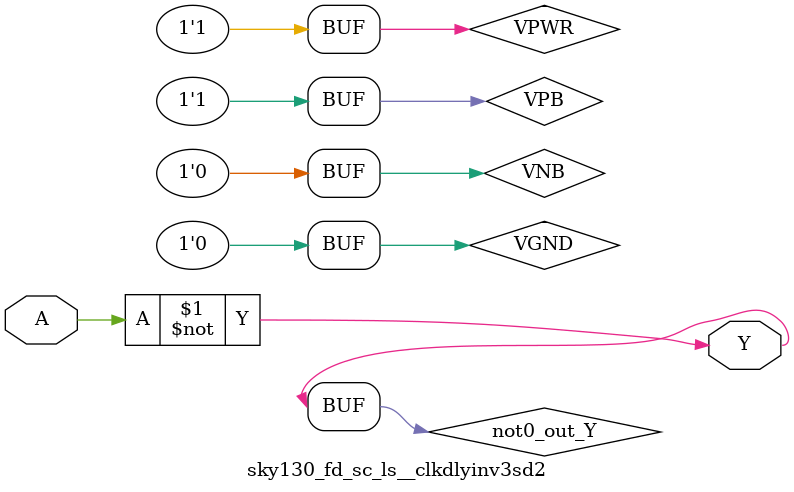
<source format=v>
/*
 * Copyright 2020 The SkyWater PDK Authors
 *
 * Licensed under the Apache License, Version 2.0 (the "License");
 * you may not use this file except in compliance with the License.
 * You may obtain a copy of the License at
 *
 *     https://www.apache.org/licenses/LICENSE-2.0
 *
 * Unless required by applicable law or agreed to in writing, software
 * distributed under the License is distributed on an "AS IS" BASIS,
 * WITHOUT WARRANTIES OR CONDITIONS OF ANY KIND, either express or implied.
 * See the License for the specific language governing permissions and
 * limitations under the License.
 *
 * SPDX-License-Identifier: Apache-2.0
*/


`ifndef SKY130_FD_SC_LS__CLKDLYINV3SD2_TIMING_V
`define SKY130_FD_SC_LS__CLKDLYINV3SD2_TIMING_V

/**
 * clkdlyinv3sd2: Clock Delay Inverter 3-stage 0.25um length inner
 *                stage gate.
 *
 * Verilog simulation timing model.
 */

`timescale 1ns / 1ps
`default_nettype none

`celldefine
module sky130_fd_sc_ls__clkdlyinv3sd2 (
    Y,
    A
);

    // Module ports
    output Y;
    input  A;

    // Module supplies
    supply1 VPWR;
    supply0 VGND;
    supply1 VPB ;
    supply0 VNB ;

    // Local signals
    wire not0_out_Y;

    //  Name  Output      Other arguments
    not not0 (not0_out_Y, A              );
    buf buf0 (Y         , not0_out_Y     );

endmodule
`endcelldefine

`default_nettype wire
`endif  // SKY130_FD_SC_LS__CLKDLYINV3SD2_TIMING_V

</source>
